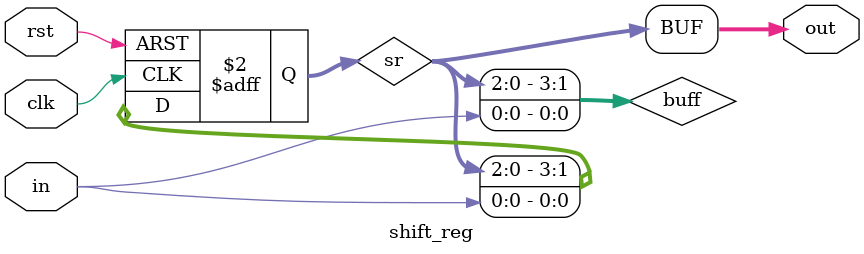
<source format=v>
`timescale 1ns / 1ps


module shift_reg(
    input wire clk,
    input wire rst,
    input wire in,
    output wire [3:0] out
    );
    reg [3:0] sr;
    wire [3:0] buff;

  always @(posedge clk or posedge rst)
    if (rst)
      sr <= 4'h0;
    else
      sr <= buff;

  assign buff = {sr[2:0], in};
  assign out = sr;
endmodule


</source>
